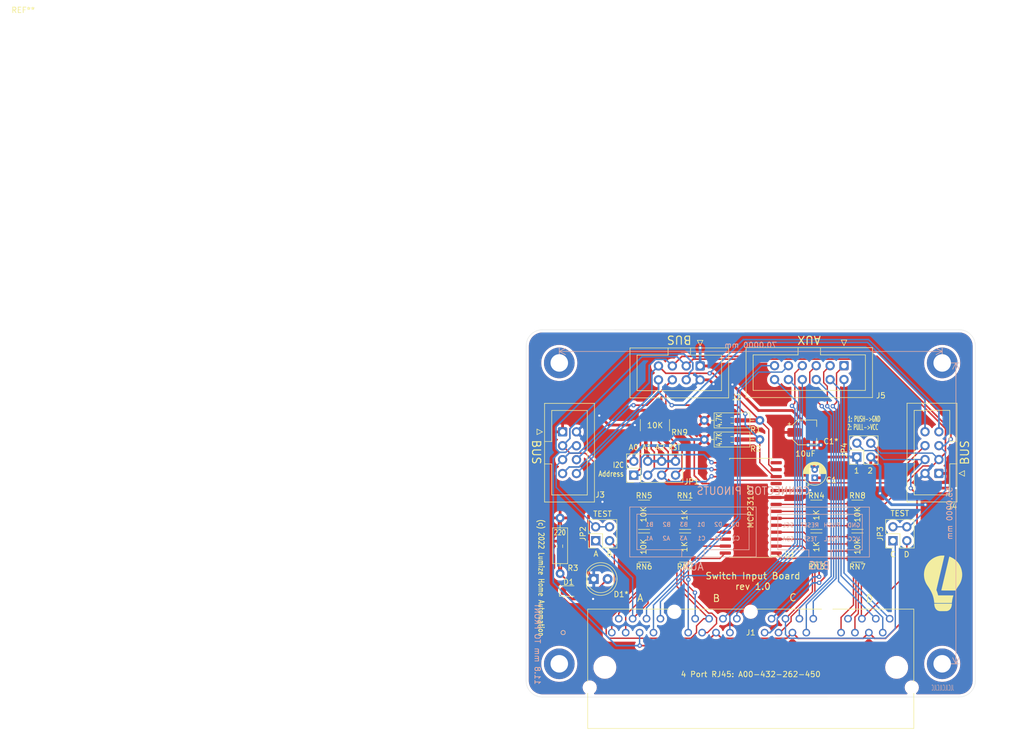
<source format=kicad_pcb>
(kicad_pcb (version 20211014) (generator pcbnew)
  (layers (0 "F.Cu" signal) (31 "B.Cu" signal) (34 "B.Paste" user) (35 "F.Paste" user) (36 "B.SilkS" user "B.Silkscreen") (37 "F.SilkS" user "F.Silkscreen") (38 "B.Mask" user) (39 "F.Mask" user) (44 "Edge.Cuts" user))
  (net 0 "")
  (net 1 "ASW1")
  (net 2 "ASW2")
  (net 3 "ASW3")
  (net 4 "ASW4")
  (net 5 "PUSH")
  (net 6 "AAUX1")
  (net 7 "AAUX2")
  (net 8 "AAUX3")
  (net 9 "BSW1")
  (net 10 "BSW2")
  (net 11 "BSW3")
  (net 12 "BSW4")
  (net 13 "BAUX1")
  (net 14 "BAUX2")
  (net 15 "BAUX3")
  (net 16 "CSW1")
  (net 17 "CSW2")
  (net 18 "CSW3")
  (net 19 "CSW4")
  (net 20 "CAUX1")
  (net 21 "CAUX2")
  (net 22 "CAUX3")
  (net 23 "DSW1")
  (net 24 "DSW2")
  (net 25 "DSW3")
  (net 26 "DSW4")
  (net 27 "DAUX1")
  (net 28 "DAUX2")
  (net 29 "DAUX3")
  (net 30 "VCC")
  (net 31 "PULL")
  (net 32 "TEST")
  (net 33 "SDA")
  (net 34 "GND")
  (net 35 "RESET")
  (net 36 "SCL")
  (net 37 "A0")
  (net 38 "A1")
  (net 39 "A2")
  (net 40 "Net-(D1-Pad2)")
  (net 41 "GPA1")
  (net 42 "GPA0")
  (net 43 "GPA3")
  (net 44 "GPA2")
  (net 45 "GPA5")
  (net 46 "GPA4")
  (net 47 "GPA7")
  (net 48 "GPA6")
  (net 49 "GPB2")
  (net 50 "GPB3")
  (net 51 "GPB0")
  (net 52 "GPB1")
  (net 53 "GPB5")
  (net 54 "GPB4")
  (net 55 "GPB7")
  (net 56 "GPB6")
  (net 57 "Net-(U1-Pad11)")
  (net 58 "Net-(U1-Pad14)")
  (net 59 "Net-(U1-Pad19)")
  (net 60 "Net-(U1-Pad20)")
  (net 61 "Net-(JP1-Pad7)")
  (footprint "Resistor_THT:R_Axial_DIN0207_L6.3mm_D2.5mm_P10.16mm_Horizontal" (layer "F.Cu") (at 98.15 103.5 90)
    (fp_text reference "R3")
    (fp_text value "220")
  )
  (footprint "Resistor_SMD:R_Array_Convex_4x1206" (layer "F.Cu") (at 113.5 92.75 180)
    (fp_text reference "RN5")
    (fp_text value "4x10K")
  )
  (footprint "Package_SO:SOIC-28W_7.5x17.9mm_P1.27mm" (layer "F.Cu") (at 133 91.5 180)
    (fp_text reference "U1")
    (fp_text value "MCP23017_SO")
  )
  (footprint "Resistor_THT:R_Axial_DIN0207_L6.3mm_D2.5mm_P10.16mm_Horizontal" (layer "F.Cu") (at 124.5 75.5)
    (fp_text reference "R1")
    (fp_text value "4.7K")
  )
  (footprint "Connector_IDC:IDC-Header_2x06_P2.54mm_Vertical" (layer "F.Cu") (at 150.05 65.5 -90)
    (fp_text reference "J5")
    (fp_text value "IDC_02x06")
  )
  (footprint "Resistor_SMD:R_Array_Convex_4x1206" (layer "F.Cu") (at 115.48 76.38 90)
    (fp_text reference "RN9")
    (fp_text value "4x10K")
  )
  (footprint "Resistor_SMD:R_Array_Convex_4x1206" (layer "F.Cu") (at 145 98.75 180)
    (fp_text reference "RN3")
    (fp_text value "4x1K")
  )
  (footprint "Resistor_SMD:R_Array_Convex_4x1206" (layer "F.Cu") (at 145 92.75 180)
    (fp_text reference "RN4")
    (fp_text value "4x1K")
  )
  (footprint "Resistor_SMD:R_Array_Convex_4x1206" (layer "F.Cu") (at 113.5 98.75 180)
    (fp_text reference "RN6")
    (fp_text value "4x10K")
  )
  (footprint "Resistor_THT:R_Axial_DIN0207_L6.3mm_D2.5mm_P10.16mm_Horizontal" (layer "F.Cu") (at 124.5 79)
    (fp_text reference "R2")
    (fp_text value "4.7K")
  )
  (footprint "MountingHole:MountingHole_3.2mm_M3_DIN965_Pad" (layer "F.Cu") (at 168 120)
    (fp_text reference "REF**" hide)
    (fp_text value "MountingHole_3.2mm_M3_DIN965_Pad")
  )
  (footprint "MountingHole:MountingHole_3.2mm_M3_DIN965_Pad" (layer "F.Cu") (at 168 65)
    (fp_text reference "REF**" hide)
    (fp_text value "MountingHole_3.2mm_M3_DIN965_Pad")
  )
  (footprint "MountingHole:MountingHole_3.2mm_M3_DIN965_Pad" (layer "F.Cu") (at 98 65)
    (fp_text reference "REF**" hide)
    (fp_text value "MountingHole_3.2mm_M3_DIN965_Pad")
  )
  (footprint "MountingHole:MountingHole_3.2mm_M3_DIN965_Pad" (layer "F.Cu") (at 98 120)
    (fp_text reference "REF**" hide)
    (fp_text value "MountingHole_3.2mm_M3_DIN965_Pad")
  )
  (footprint "A00-432-262-450:A00-432-262-450" (layer "F.Cu") (at 107.6 114.3)
    (fp_text reference "J1")
    (fp_text value "4 Port RJ45: A00-432-262-450")
  )
  (footprint "Connector_IDC:IDC-Header_2x04_P2.54mm_Vertical" (layer "F.Cu") (at 98.6 77.6)
    (fp_text reference "J3")
    (fp_text value "IDC_02x04")
  )
  (footprint "Connector_IDC:IDC-Header_2x04_P2.54mm_Vertical" (layer "F.Cu") (at 167.4 85.2 180)
    (fp_text reference "J4")
    (fp_text value "IDC_02x04")
  )
  (footprint "Connector_IDC:IDC-Header_2x04_P2.54mm_Vertical" (layer "F.Cu") (at 123.75 65.55 -90)
    (fp_text reference "J2")
    (fp_text value "IDC_02x04")
  )
  (footprint "Resistor_SMD:R_Array_Convex_4x1206" (layer "F.Cu") (at 152.5 98.75)
    (fp_text reference "RN7")
    (fp_text value "4x10K")
  )
  (footprint "Resistor_SMD:R_Array_Convex_4x1206" (layer "F.Cu") (at 152.5 92.75)
    (fp_text reference "RN8")
    (fp_text value "4x10K")
  )
  (footprint "Resistor_SMD:R_Array_Convex_4x1206" (layer "F.Cu") (at 121 92.75)
    (fp_text reference "RN1")
    (fp_text value "4x1K")
  )
  (footprint "Resistor_SMD:R_Array_Convex_4x1206" (layer "F.Cu") (at 121 98.75)
    (fp_text reference "RN2")
    (fp_text value "4x1K")
  )
  (footprint "Capacitor_THT:CP_Radial_D4.0mm_P1.50mm" (layer "F.Cu") (at 144.7 86 90)
    (fp_text reference "C1")
    (fp_text value "10uF")
  )
  (footprint "LED_SMD:LED_0805_2012Metric" (layer "F.Cu") (at 99.7 106.7)
    (fp_text reference "D1")
    (fp_text value "LED")
  )
  (footprint "Resistor_SMD:R_0603_1608Metric_Pad0.98x0.95mm_HandSolder" (layer "F.Cu") (at 98.1 98.5 90)
    (fp_text reference "REF**" hide)
    (fp_text value "R_0603_1608Metric_Pad0.98x0.95mm_HandSolder")
  )
  (footprint "LED_THT:LED_D5.0mm" (layer "F.Cu") (at 104.3 104.5)
    (fp_text reference "D1*")
    (fp_text value "LED_D5.0mm")
  )
  (footprint "Capacitor_SMD:CP_Elec_4x5.8" (layer "F.Cu") (at 142.8 77.7)
    (fp_text reference "C1*")
    (fp_text value "CP_Elec_4x5.8")
  )
  (footprint "Resistor_SMD:R_0603_1608Metric_Pad0.98x0.95mm_HandSolder" (layer "F.Cu") (at 129.6 79)
    (fp_text reference "REF**" hide)
    (fp_text value "R_0603_1608Metric_Pad0.98x0.95mm_HandSolder")
  )
  (footprint "Logo:Aux_Pinout" (layer "F.Cu") (at 114.44 94.53)
    (fp_text reference "REF**" hide)
    (fp_text value "Aux_Pinout")
  )
  (footprint "Connector_PinHeader_2.54mm:PinHeader_2x04_P2.54mm_Vertical" (layer "F.Cu") (at 111.63 85.51 90)
    (fp_text reference "JP1")
    (fp_text value "Jumper_4X")
  )
  (footprint "Connector_PinHeader_2.54mm:PinHeader_2x02_P2.54mm_Vertical" (layer "F.Cu") (at 159 97.5 90)
    (fp_text reference "JP3")
    (fp_text value "Jumper_2X")
  )
  (footprint "Connector_PinHeader_2.54mm:PinHeader_2x02_P2.54mm_Vertical" (layer "F.Cu") (at 104.65 97.5 90)
    (fp_text reference "JP2")
    (fp_text value "Jumper_2X")
  )
  (footprint "Connector_PinHeader_2.54mm:PinHeader_2x02_P2.54mm_Vertical" (layer "F.Cu") (at 152.4 82.2 90)
    (fp_text reference "JP4")
    (fp_text value "Jumper_2X")
  )
  (footprint "Logo:Lumize_Logo" (layer "F.Cu") (at 168.16 105.29)
    (fp_text reference "G***" hide)
    (fp_text value "LOGO" hide)
  )
  (footprint "Bus_Pinout" (layer "F.Cu") (at 0 0)
    (fp_text reference "REF**")
    (fp_text value "Bus_Pinout")
  )
  (footprint "Logo:Bus_Pinout" (layer "F.Cu") (at 141.86 97.19 90)
    (fp_text reference "REF**" hide)
    (fp_text value "Bus_Pinout")
  )
  (footprint "Resistor_SMD:R_0603_1608Metric_Pad0.98x0.95mm_HandSolder" (layer "F.Cu") (at 129.6 75.5)
    (fp_text reference "REF**" hide)
    (fp_text value "R_0603_1608Metric_Pad0.98x0.95mm_HandSolder")
  )
  (gr_arc (start 91.929984 61.93) (mid 92.808668 59.808668) (end 94.93 58.929984) (layer "Edge.Cuts") (width 0.05))
  (gr_arc (start 94.92 126.08) (mid 92.79868 125.20132) (end 91.92 123.08) (layer "Edge.Cuts") (width 0.05))
  (gr_line (start 174.070149 123.07) (end 174.071066 61.92) (layer "Edge.Cuts") (width 0.05))
  (gr_line (start 171.07 126.070149) (end 94.92 126.08) (layer "Edge.Cuts") (width 0.05))
  (gr_line (start 91.92 123.08) (end 91.929984 61.93) (layer "Edge.Cuts") (width 0.05))
  (gr_line (start 94.93 58.929984) (end 171.07 58.918934) (layer "Edge.Cuts") (width 0.05))
  (gr_arc (start 174.070149 123.07) (mid 173.191426 125.191426) (end 171.07 126.070149) (layer "Edge.Cuts") (width 0.05))
  (gr_arc (start 171.07 58.918934) (mid 173.192074 59.797926) (end 174.071066 61.92) (layer "Edge.Cuts") (width 0.05))
  (gr_text "AUX" (at 122.53 102.22) (layer "B.SilkS") (effects (font (size 1.4 1.3) (thickness 0.18)) (justify mirror)))
  (gr_text "BUS" (at 145.51 102.05) (layer "B.SilkS") (effects (font (size 1.4 1.3) (thickness 0.18)) (justify mirror)))
  (gr_text "CONNECTOR PINOUTS" (at 133.5 88.4) (layer "B.SilkS") (effects (font (size 1.4 1.3) (thickness 0.18)) (justify mirror)))
  (gr_text "JLCJLCJLCJLC" (at 168.1 124.4) (layer "B.SilkS") (effects (font (size 1 0.4) (thickness 0.07)) (justify mirror)))
  (gr_text "11.8 mm TO FRONT" (at 94 116.4 270) (layer "B.SilkS") (effects (font (size 1 1)) (justify mirror)))
  (gr_text "BUS" (at 172.13 81.4 90) (layer "F.SilkS") (effects (font (size 1.5 1.5) (thickness 0.2))))
  (gr_text "AUX" (at 143.66 60.81 180) (layer "F.SilkS") (effects (font (size 1.5 1.5) (thickness 0.2))))
  (gr_text "A" (at 104.7 99.9) (layer "F.SilkS") (effects (font (size 1 1))))
  (gr_text "B" (at 107.15 99.9) (layer "F.SilkS") (effects (font (size 1 1))))
  (gr_text "D" (at 161.5 100) (layer "F.SilkS") (effects (font (size 1 1))))
  (gr_text "B" (at 126.719048 108.033332) (layer "F.SilkS") (effects (font (size 1.3 1.3) (thickness 0.17))))
  (gr_text "D" (at 154.7 108.099998) (layer "F.SilkS") (effects (font (size 1.3 1.3) (thickness 0.17))))
  (gr_text "A0" (at 111.59 80.43) (layer "F.SilkS") (effects (font (size 1 1))))
  (gr_text "A1" (at 114.004603 80.43) (layer "F.SilkS") (effects (font (size 1 1))))
  (gr_text "A2" (at 116.419206 80.43) (layer "F.SilkS") (effects (font (size 1 1))))
  (gr_text "RST" (at 119.06 80.43) (layer "F.SilkS") (effects (font (size 1 0.8))))
  (gr_text "C" (at 159 100) (layer "F.SilkS") (effects (font (size 1 1))))
  (gr_text "TEST" (at 160.25 92.5) (layer "F.SilkS") (effects (font (size 1 1))))
  (gr_text "4.7K" (at 127.2 75.5 90) (layer "F.SilkS") (effects (font (size 1 0.75))))
  (gr_text "I2C\nAddress" (at 109.87 84.47) (layer "F.SilkS") (effects (font (size 1 0.8)) (justify right)))
  (gr_text "1  2" (at 153.6 84.7) (layer "F.SilkS") (effects (font (size 1 1))))
  (gr_text "10K" (at 152.5 98.6 90) (layer "F.SilkS") (effects (font (size 1 1))))
  (gr_text "10K" (at 113.4 98.6 90) (layer "F.SilkS") (effects (font (size 1 1))))
  (gr_text "1K" (at 145 98.6 90) (layer "F.SilkS") (effects (font (size 1 1))))
  (gr_text "A" (at 112.8 107.966666) (layer "F.SilkS") (effects (font (size 1.3 1.3) (thickness 0.17))))
  (gr_text "TEST" (at 105.9 92.6) (layer "F.SilkS") (effects (font (size 1 1))))
  (gr_text "1K" (at 120.9 98.6 90) (layer "F.SilkS") (effects (font (size 1 1))))
  (gr_text "2: PULL->VCC" (at 153.5 76.75) (layer "F.SilkS") (effects (font (size 1 0.5) (thickness 0.125))))
  (gr_text "4.7K" (at 127.2 79 90) (layer "F.SilkS") (effects (font (size 1 0.75))))
  (gr_text "Switch Input Board\nrev 1.0" (at 133.4 104.9) (layer "F.SilkS") (effects (font (size 1.2 1.2) (thickness 0.175))))
  (gr_text "1: PUSH->GND" (at 153.75 75.25) (layer "F.SilkS") (effects (font (size 1 0.5) (thickness 0.125))))
  (gr_text "(c) 2022 Lumize Home Automation" (at 94.7 104.3 -90) (layer "F.SilkS") (effects (font (size 1 0.8))))
  (gr_text "10uF" (at 143 81.6) (layer "F.SilkS") (effects (font (size 1 1))))
  (gr_text "10K" (at 152.5 92.7 90) (layer "F.SilkS") (effects (font (size 1 1))))
  (gr_text "1K" (at 145 92.8 90) (layer "F.SilkS") (effects (font (size 1 1))))
  (gr_text "10K" (at 115.5 76.4) (layer "F.SilkS") (effects (font (size 1 1))))
  (gr_text "MCP23107" (at 132.98 91.25 90) (layer "F.SilkS") (effects (font (size 1 1))))
  (gr_text "BUS" (at 93.79 81.3 -90) (layer "F.SilkS") (effects (font (size 1.5 1.5) (thickness 0.2))))
  (gr_text "220" (at 98.1 96) (layer "F.SilkS") (effects (font (size 1 0.75))))
  (gr_text "BUS" (at 119.92 60.78 180) (layer "F.SilkS") (effects (font (size 1.5 1.5) (thickness 0.2))))
  (gr_text "10K" (at 113.4 92.7 90) (layer "F.SilkS") (effects (font (size 1 1))))
  (gr_text "C" (at 140.709524 107.9) (layer "F.SilkS") (effects (font (size 1.3 1.3) (thickness 0.17))))
  (gr_text "1K" (at 120.9 92.8 90) (layer "F.SilkS") (effects (font (size 1 1))))
  (dimension (type aligned) (layer "B.SilkS") (pts (xy 168 65) (xy 98 65)) (height 2.1) (gr_text "70.0000 mm" (at 133 61.75) (layer "B.SilkS") (effects (font (size 1 1) (thickness 0.15)) (justify mirror))) (format (units 2) (units_format 1) (precision 4)) (style (thickness 0.12) (arrow_length 1.27) (text_position_mode 0) (extension_height 0.58642) (extension_offset 0) keep_text_aligned))
  (dimension (type aligned) (layer "B.SilkS") (pts (xy 168 120) (xy 168 65)) (height 2.5) (gr_text "55.0000 mm" (at 169.35 92.5 90) (layer "B.SilkS") (effects (font (size 1 1) (thickness 0.15)) (justify mirror))) (format (units 2) (units_format 1) (precision 4)) (style (thickness 0.12) (arrow_length 1.27) (text_position_mode 0) (extension_height 0.58642) (extension_offset 0) keep_text_aligned))
  (segment (start 107.6 111.405762) (end 107.6 114.3) (width 0.25) (layer "F.Cu") (net 1))
  (segment (start 115 90.75) (end 114.25 90.75) (width 0.25) (layer "F.Cu") (net 1))
  (segment (start 112.79999 106.205772) (end 107.6 111.405762) (width 0.25) (layer "F.Cu") (net 1))
  (segment (start 114.25 90.75) (end 112.79999 92.20001) (width 0.25) (layer "F.Cu") (net 1))
  (segment (start 112.79999 92.20001) (end 112.79999 106.205772) (width 0.25) (layer "F.Cu") (net 1))
  (segment (start 115 90.75) (end 119.5 90.75) (width 0.25) (layer "F.Cu") (net 1))
  (segment (start 114.3 92.09) (end 113.25 93.14) (width 0.25) (layer "F.Cu") (net 2))
  (segment (start 113.25 106.392172) (end 108.87 110.772172) (width 0.25) (layer "F.Cu") (net 2))
  (segment (start 115 92.09) (end 119.5 92.09) (width 0.25) (layer "F.Cu") (net 2))
  (segment (start 108.87 110.772172) (end 108.87 111.76) (width 0.25) (layer "F.Cu") (net 2))
  (segment (start 115 92.09) (end 114.3 92.09) (width 0.25) (layer "F.Cu") (net 2))
  (segment (start 113.25 93.14) (end 113.25 106.392172) (width 0.25) (layer "F.Cu") (net 2))
  (segment (start 113.75 107.5) (end 110.14 111.11) (width 0.25) (layer "F.Cu") (net 3))
  (segment (start 115 93.41) (end 119.5 93.41) (width 0.25) (layer "F.Cu") (net 3))
  (segment (start 113.75 93.96) (end 113.75 107.5) (width 0.25) (layer "F.Cu") (net 3))
  (segment (start 115 93.41) (end 114.3 93.41) (width 0.25) (layer "F.Cu") (net 3))
  (segment (start 114.3 93.41) (end 113.75 93.96) (width 0.25) (layer "F.Cu") (net 3))
  (segment (start 110.14 111.11) (end 110.14 114.3) (width 0.25) (layer "F.Cu") (net 3))
  (segment (start 114.224999 108.945001) (end 111.41 111.76) (width 0.25) (layer "F.Cu") (net 4))
  (segment (start 115 94.75) (end 114.224999 95.525001) (width 0.25) (layer "F.Cu") (net 4))
  (segment (start 115 94.75) (end 119.5 94.75) (width 0.25) (layer "F.Cu") (net 4))
  (segment (start 114.224999 95.525001) (end 114.224999 108.945001) (width 0.25) (layer "F.Cu") (net 4))
  (segment (start 111.41 104.26) (end 111.41 111.76) (width 0.25) (layer "B.Cu") (net 4))
  (segment (start 104.65 97.5) (end 111.41 104.26) (width 0.25) (layer "B.Cu") (net 4))
  (segment (start 162.25 87.91) (end 162.25 87.91) (width 0.3) (layer "F.Cu") (net 5))
  (segment (start 140.62 114.3) (end 141.668501 115.348501) (width 0.3) (layer "F.Cu") (net 5))
  (segment (start 126.65 114.3) (end 127.698501 115.348501) (width 0.3) (layer "F.Cu") (net 5))
  (segment (start 139.571499 115.348501) (end 140.62 114.3) (width 0.3) (layer "F.Cu") (net 5))
  (segment (start 153.541499 115.348501) (end 154.59 114.3) (width 0.3) (layer "F.Cu") (net 5))
  (segment (start 127.698501 115.348501) (end 139.571499 115.348501) (width 0.3) (layer "F.Cu") (net 5))
  (segment (start 112.7 116.68) (end 124.27 116.68) (width 0.3) (layer "F.Cu") (net 5))
  (segment (start 155.638501 115.348501) (end 157.633281 115.348501) (width 0.3) (layer "F.Cu") (net 5))
  (segment (start 163.400001 89.060001) (end 162.25 87.91) (width 0.3) (layer "F.Cu") (net 5))
  (segment (start 154.59 114.3) (end 155.638501 115.348501) (width 0.3) (layer "F.Cu") (net 5))
  (segment (start 163.400001 109.581781) (end 163.400001 89.060001) (width 0.3) (layer "F.Cu") (net 5))
  (segment (start 141.668501 115.348501) (end 153.541499 115.348501) (width 0.3) (layer "F.Cu") (net 5))
  (segment (start 157.633281 115.348501) (end 163.400001 109.581781) (width 0.3) (layer "F.Cu") (net 5))
  (segment (start 124.27 116.68) (end 126.65 114.3) (width 0.3) (layer "F.Cu") (net 5))
  (via (at 112.7 116.68) (size 0.8) (drill 0.4) (layers "F.Cu" "B.Cu") (net 5))
  (via (at 162.25 87.91) (size 0.8) (drill 0.4) (layers "F.Cu" "B.Cu") (net 5))
  (segment (start 122.410001 64.973999) (end 122.410001 66.159999) (width 0.3) (layer "B.Cu") (net 5))
  (segment (start 97.399999 80.716001) (end 97.399999 76.690001) (width 0.3) (layer "B.Cu") (net 5))
  (segment (start 112.68 114.3) (end 112.68 116.66) (width 0.25) (layer "B.Cu") (net 5))
  (segment (start 96.899989 105.151771) (end 96.899989 82.464011) (width 0.3) (layer "B.Cu") (net 5))
  (segment (start 96.899989 82.464011) (end 98.023999 81.340001) (width 0.3) (layer "B.Cu") (net 5))
  (segment (start 155.668589 81.024999) (end 157.30359 82.66) (width 0.25) (layer "B.Cu") (net 5))
  (segment (start 108.428218 116.68) (end 96.899989 105.151771) (width 0.3) (layer "B.Cu") (net 5))
  (segment (start 162.25 87.91) (end 162.25 85.27) (width 0.3) (layer "B.Cu") (net 5))
  (segment (start 121.77 66.8) (end 121.77 67.1) (width 0.3) (layer "B.Cu") (net 5))
  (segment (start 99.176001 81.340001) (end 98.023999 81.340001) (width 0.3) (layer "B.Cu") (net 5))
  (segment (start 112.7 116.68) (end 108.428218 116.68) (width 0.3) (layer "B.Cu") (net 5))
  (segment (start 152.4 79.66) (end 153.764999 81.024999) (width 0.25) (layer "B.Cu") (net 5))
  (segment (start 97.399999 76.690001) (end 110.740021 63.349979) (width 0.3) (layer "B.Cu") (net 5))
  (segment (start 122.410001 66.159999) (end 121.77 66.8) (width 0.3) (layer "B.Cu") (net 5))
  (segment (start 153.764999 81.024999) (end 155.668589 81.024999) (width 0.25) (layer "B.Cu") (net 5))
  (segment (start 121.77 67.1) (end 121.21 67.66) (width 0.3) (layer "B.Cu") (net 5))
  (segment (start 112.68 116.66) (end 112.7 116.68) (width 0.25) (layer "B.Cu") (net 5))
  (segment (start 101.14 80.14) (end 100.376002 80.14) (width 0.3) (layer "B.Cu") (net 5))
  (segment (start 110.740021 63.349979) (end 120.785981 63.349979) (width 0.3) (layer "B.Cu") (net 5))
  (segment (start 120.785981 63.349979) (end 122.410001 64.973999) (width 0.3) (layer "B.Cu") (net 5))
  (segment (start 157.30359 82.66) (end 164.86 82.66) (width 0.25) (layer "B.Cu") (net 5))
  (segment (start 162.25 85.27) (end 164.86 82.66) (width 0.3) (layer "B.Cu") (net 5))
  (segment (start 100.376002 80.14) (end 99.176001 81.340001) (width 0.3) (layer "B.Cu") (net 5))
  (segment (start 121.21 67.66) (end 121.21 68.09) (width 0.3) (layer "B.Cu") (net 5))
  (segment (start 98.023999 81.340001) (end 97.399999 80.716001) (width 0.3) (layer "B.Cu") (net 5))
  (segment (start 130.589991 69.884597) (end 134.974588 65.5) (width 0.25) (layer "B.Cu") (net 6))
  (segment (start 113.95 109.752079) (end 130.58999 93.112089) (width 0.25) (layer "B.Cu") (net 6))
  (segment (start 130.58999 93.112089) (end 130.589991 69.884597) (width 0.25) (layer "B.Cu") (net 6))
  (segment (start 113.95 111.76) (end 113.95 109.752079) (width 0.25) (layer "B.Cu") (net 6))
  (segment (start 134.974588 65.5) (end 137.35 65.5) (width 0.25) (layer "B.Cu") (net 6))
  (segment (start 134.435997 66.675001) (end 138.714999 66.675001) (width 0.25) (layer "B.Cu") (net 7))
  (segment (start 138.714999 66.675001) (end 139.89 65.5) (width 0.25) (layer "B.Cu") (net 7))
  (segment (start 115.22 109.270588) (end 131.04 93.450588) (width 0.25) (layer "B.Cu") (net 7))
  (segment (start 131.04 93.450588) (end 131.04 70.070998) (width 0.25) (layer "B.Cu") (net 7))
  (segment (start 115.22 114.3) (end 115.464782 114.3) (width 0.25) (layer "B.Cu") (net 7))
  (segment (start 131.04 70.070998) (end 134.435997 66.675001) (width 0.25) (layer "B.Cu") (net 7))
  (segment (start 115.22 114.3) (end 115.22 109.270588) (width 0.25) (layer "B.Cu") (net 7))
  (segment (start 140.54 72.85) (end 141.065001 72.324999) (width 0.25) (layer "F.Cu") (net 8))
  (segment (start 141.065001 72.324999) (end 141.065001 66.864999) (width 0.25) (layer "F.Cu") (net 8))
  (segment (start 141.065001 66.864999) (end 142.43 65.5) (width 0.25) (layer "F.Cu") (net 8))
  (via (at 140.54 72.85) (size 0.8) (drill 0.4) (layers "F.Cu" "B.Cu") (net 8))
  (segment (start 135.168591 103.874999) (end 141.07997 97.96362) (width 0.25) (layer "B.Cu") (net 8))
  (segment (start 141.07997 73.38997) (end 140.54 72.85) (width 0.25) (layer "B.Cu") (net 8))
  (segment (start 116.49 111.76) (end 116.49 108.636998) (width 0.25) (layer "B.Cu") (net 8))
  (segment (start 116.49 108.636998) (end 121.251999 103.874999) (width 0.25) (layer "B.Cu") (net 8))
  (segment (start 121.251999 103.874999) (end 135.168591 103.874999) (width 0.25) (layer "B.Cu") (net 8))
  (segment (start 141.07997 97.96362) (end 141.07997 73.38997) (width 0.25) (layer "B.Cu") (net 8))
  (segment (start 115 96.75) (end 119.5 96.75) (width 0.25) (layer "F.Cu") (net 9))
  (segment (start 119.5 96.75) (end 120.2 96.75) (width 0.25) (layer "F.Cu") (net 9))
  (segment (start 120.2 96.75) (end 121.6 98.15) (width 0.25) (layer "F.Cu") (net 9))
  (segment (start 121.6 98.15) (end 121.6 104.6) (width 0.25) (layer "F.Cu") (net 9))
  (via (at 121.6 104.6) (size 0.8) (drill 0.4) (layers "F.Cu" "B.Cu") (net 9))
  (segment (start 121.57 104.63) (end 121.6 104.6) (width 0.25) (layer "B.Cu") (net 9))
  (segment (start 121.57 114.3) (end 121.57 104.63) (width 0.25) (layer "B.Cu") (net 9))
  (segment (start 115 98.09) (end 119.5 98.09) (width 0.25) (layer "F.Cu") (net 10))
  (segment (start 119.5 98.09) (end 120.2 98.09) (width 0.25) (layer "F.Cu") (net 10))
  (segment (start 120.75 104.95) (end 122.8 107) (width 0.25) (layer "F.Cu") (net 10))
  (segment (start 120.2 98.09) (end 120.75 98.64) (width 0.25) (layer "F.Cu") (net 10))
  (segment (start 120.75 98.64) (end 120.75 104.95) (width 0.25) (layer "F.Cu") (net 10))
  (via (at 122.8 107) (size 0.8) (drill 0.4) (layers "F.Cu" "B.Cu") (net 10))
  (segment (start 122.84 111.76) (end 122.84 107.04) (width 0.25) (layer "B.Cu") (net 10))
  (segment (start 122.84 107.04) (end 122.8 107) (width 0.25) (layer "B.Cu") (net 10))
  (segment (start 119.5 99.41) (end 120.2 99.41) (width 0.25) (layer "F.Cu") (net 11))
  (segment (start 125.871281 110.736499) (end 126.75 111.615218) (width 0.25) (layer "F.Cu") (net 11))
  (segment (start 125.286501 110.736499) (end 125.871281 110.736499) (width 0.25) (layer "F.Cu") (net 11))
  (segment (start 126.75 112.647828) (end 125.097828 114.3) (width 0.25) (layer "F.Cu") (net 11))
  (segment (start 125.097828 114.3) (end 124.11 114.3) (width 0.25) (layer "F.Cu") (net 11))
  (segment (start 115 99.41) (end 119.5 99.41) (width 0.25) (layer "F.Cu") (net 11))
  (segment (start 126.75 111.615218) (end 126.75 112.647828) (width 0.25) (layer "F.Cu") (net 11))
  (segment (start 120.275001 105.724999) (end 125.286501 110.736499) (width 0.25) (layer "F.Cu") (net 11))
  (segment (start 120.275001 99.485001) (end 120.275001 105.724999) (width 0.25) (layer "F.Cu") (net 11))
  (segment (start 120.2 99.41) (end 120.275001 99.485001) (width 0.25) (layer "F.Cu") (net 11))
  (segment (start 124.392172 111.76) (end 125.38 111.76) (width 0.25) (layer "F.Cu") (net 12))
  (segment (start 106.576499 114.791281) (end 107.108719 115.323501) (width 0.25) (layer "F.Cu") (net 12))
  (segment (start 123.086499 113.065673) (end 124.392172 111.76) (width 0.25) (layer "F.Cu") (net 12))
  (segment (start 107.19 97.5) (end 108.065001 98.375001) (width 0.25) (layer "F.Cu") (net 12))
  (segment (start 106.576499 111.792853) (end 106.576499 114.791281) (width 0.25) (layer "F.Cu") (net 12))
  (segment (start 108.065001 110.304351) (end 106.576499 111.792853) (width 0.25) (layer "F.Cu") (net 12))
  (segment (start 119.5 100.75) (end 119.5 105.88) (width 0.25) (layer "F.Cu") (net 12))
  (segment (start 119.5 105.88) (end 125.38 111.76) (width 0.25) (layer "F.Cu") (net 12))
  (segment (start 115 100.75) (end 119.5 100.75) (width 0.25) (layer "F.Cu") (net 12))
  (segment (start 125.135218 111.76) (end 125.38 111.76) (width 0.25) (layer "F.Cu") (net 12))
  (segment (start 107.108719 115.323501) (end 122.061281 115.323501) (width 0.25) (layer "F.Cu") (net 12))
  (segment (start 108.065001 98.375001) (end 108.065001 110.304351) (width 0.25) (layer "F.Cu") (net 12))
  (segment (start 122.061281 115.323501) (end 123.086499 114.298283) (width 0.25) (layer "F.Cu") (net 12))
  (segment (start 123.086499 114.298283) (end 123.086499 113.065673) (width 0.25) (layer "F.Cu") (net 12))
  (segment (start 141.52998 72.21998) (end 137.35 68.04) (width 0.25) (layer "B.Cu") (net 13))
  (segment (start 141.52998 98.15002) (end 141.52998 72.21998) (width 0.25) (layer "B.Cu") (net 13))
  (segment (start 127.92 111.76) (end 141.52998 98.15002) (width 0.25) (layer "B.Cu") (net 13))
  (segment (start 141.97999 70.12999) (end 139.89 68.04) (width 0.25) (layer "B.Cu") (net 14))
  (segment (start 129.19 111.26999) (end 141.97999 98.48) (width 0.25) (layer "B.Cu") (net 14))
  (segment (start 141.97999 98.48) (end 141.97999 70.12999) (width 0.25) (layer "B.Cu") (net 14))
  (segment (start 129.19 114.3) (end 129.19 111.26999) (width 0.25) (layer "B.Cu") (net 14))
  (segment (start 130.46 110.772172) (end 142.43 98.802172) (width 0.25) (layer "B.Cu") (net 15))
  (segment (start 142.43 98.802172) (end 142.43 68.04) (width 0.25) (layer "B.Cu") (net 15))
  (segment (start 130.46 111.76) (end 130.46 110.772172) (width 0.25) (layer "B.Cu") (net 15))
  (segment (start 146.5 100.75) (end 146.5 104.2) (width 0.3) (layer "F.Cu") (net 16))
  (segment (start 146.5 104.2) (end 145.5 105.2) (width 0.3) (layer "F.Cu") (net 16))
  (segment (start 146.5 100.75) (end 151 100.75) (width 0.25) (layer "F.Cu") (net 16))
  (via (at 145.5 105.2) (size 0.8) (drill 0.4) (layers "F.Cu" "B.Cu") (net 16))
  (segment (start 136.527828 114.3) (end 135.54 114.3) (width 0.3) (layer "B.Cu") (net 16))
  (segment (start 137.858501 111.699717) (end 137.858501 112.969327) (width 0.3) (layer "B.Cu") (net 16))
  (segment (start 144.358218 105.2) (end 137.858501 111.699717) (width 0.3) (layer "B.Cu") (net 16))
  (segment (start 145.5 105.2) (end 144.358218 105.2) (width 0.3) (layer "B.Cu") (net 16))
  (segment (start 137.858501 112.969327) (end 136.527828 114.3) (width 0.3) (layer "B.Cu") (net 16))
  (segment (start 146.5 99.41) (end 145.75 99.41) (width 0.3) (layer "F.Cu") (net 17))
  (segment (start 145.75 99.41) (end 145.5 99.66) (width 0.3) (layer "F.Cu") (net 17))
  (segment (start 146.5 99.41) (end 151 99.41) (width 0.25) (layer "F.Cu") (net 17))
  (segment (start 145.5 99.66) (end 145.5 104.1) (width 0.3) (layer "F.Cu") (net 17))
  (via (at 145.5 104.1) (size 0.8) (drill 0.4) (layers "F.Cu" "B.Cu") (net 17))
  (segment (start 144.47 104.1) (end 136.81 111.76) (width 0.3) (layer "B.Cu") (net 17))
  (segment (start 145.5 104.1) (end 144.47 104.1) (width 0.3) (layer "B.Cu") (net 17))
  (segment (start 146.5 98.09) (end 151 98.09) (width 0.25) (layer "F.Cu") (net 18))
  (segment (start 144.725011 99.164989) (end 144.72501 107.0214) (width 0.25) (layer "F.Cu") (net 18))
  (segment (start 138.324782 114.3) (end 138.08 114.3) (width 0.25) (layer "F.Cu") (net 18))
  (segment (start 140.373501 112.251281) (end 138.324782 114.3) (width 0.25) (layer "F.Cu") (net 18))
  (segment (start 145.8 98.09) (end 144.725011 99.164989) (width 0.25) (layer "F.Cu") (net 18))
  (segment (start 144.72501 107.0214) (end 140.373501 111.372909) (width 0.25) (layer "F.Cu") (net 18))
  (segment (start 140.373501 111.372909) (end 140.373501 112.251281) (width 0.25) (layer "F.Cu") (net 18))
  (segment (start 146.5 98.09) (end 145.8 98.09) (width 0.25) (layer "F.Cu") (net 18))
  (segment (start 144.275001 98.274999) (end 144.275001 106.834999) (width 0.25) (layer "F.Cu") (net 19))
  (segment (start 144.275001 106.834999) (end 139.35 111.76) (width 0.25) (layer "F.Cu") (net 19))
  (segment (start 146.5 96.75) (end 145.8 96.75) (width 0.25) (layer "F.Cu") (net 19))
  (segment (start 145.8 96.75) (end 144.275001 98.274999) (width 0.25) (layer "F.Cu") (net 19))
  (segment (start 146.5 96.75) (end 151 96.75) (width 0.25) (layer "F.Cu") (net 19))
  (segment (start 157.621281 115.323501) (end 140.023501 115.323501) (width 0.25) (layer "B.Cu") (net 19))
  (segment (start 159 97.5) (end 159.423501 97.923501) (width 0.25) (layer "B.Cu") (net 19))
  (segment (start 139.35 114.65) (end 139.35 111.76) (width 0.25) (layer "B.Cu") (net 19))
  (segment (start 159.423501 113.521281) (end 157.621281 115.323501) (width 0.25) (layer "B.Cu") (net 19))
  (segment (start 159.423501 97.923501) (end 159.423501 113.521281) (width 0.25) (layer "B.Cu") (net 19))
  (segment (start 140.023501 115.323501) (end 139.35 114.65) (width 0.25) (layer "B.Cu") (net 19))
  (segment (start 145.99 72.89) (end 143.794999 70.694999) (width 0.25) (layer "F.Cu") (net 20))
  (segment (start 143.794999 66.675001) (end 144.97 65.5) (width 0.25) (layer "F.Cu") (net 20))
  (segment (start 146 72.9) (end 145.99 72.89) (width 0.25) (layer "F.Cu") (net 20))
  (segment (start 143.794999 70.694999) (end 143.794999 66.675001) (width 0.25) (layer "F.Cu") (net 20))
  (via (at 145.99 72.89) (size 0.8) (drill 0.4) (layers "F.Cu" "B.Cu") (net 20))
  (segment (start 141.89 111.76) (end 141.89 109.83718) (width 0.25) (layer "B.Cu") (net 20))
  (segment (start 147.69996 74.66996) (end 146.4 73.37) (width 0.25) (layer "B.Cu") (net 20))
  (segment (start 146 72.973002) (end 146 72.9) (width 0.25) (layer "B.Cu") (net 20))
  (segment (start 141.89 109.83718) (end 147.69996 104.02722) (width 0.25) (layer "B.Cu") (net 20))
  (segment (start 147.69996 104.02722) (end 147.69996 74.655) (width 0.25) (layer "B.Cu") (net 20))
  (segment (start 146.4 73.373002) (end 146 72.973002) (width 0.25) (layer "B.Cu") (net 20))
  (segment (start 147 69.269002) (end 146.334999 68.604001) (width 0.25) (layer "F.Cu") (net 21))
  (segment (start 146.334999 68.604001) (end 146.334999 66.675001) (width 0.25) (layer "F.Cu") (net 21))
  (segment (start 147 72.9) (end 147 69.269002) (width 0.25) (layer "F.Cu") (net 21))
  (segment (start 146.334999 66.675001) (end 147.51 65.5) (width 0.25) (layer "F.Cu") (net 21))
  (via (at 147 72.9) (size 0.8) (drill 0.4) (layers "F.Cu" "B.Cu") (net 21))
  (segment (start 147 72.973002) (end 147 72.9) (width 0.25) (layer "B.Cu") (net 21))
  (segment (start 148.14997 74.122972) (end 147 72.973002) (width 0.25) (layer "B.Cu") (net 21))
  (segment (start 143.16 109.20359) (end 148.14997 104.21362) (width 0.25) (layer "B.Cu") (net 21))
  (segment (start 143.16 114.3) (end 143.16 109.20359) (width 0.25) (layer "B.Cu") (net 21))
  (segment (start 148.14997 104.21362) (end 148.14997 74.122972) (width 0.25) (layer "B.Cu") (net 21))
  (segment (start 148.685001 72.214999) (end 148.685001 66.864999) (width 0.25) (layer "F.Cu") (net 22))
  (segment (start 148 72.9) (end 148.685001 72.214999) (width 0.25) (layer "F.Cu") (net 22))
  (segment (start 148.685001 66.864999) (end 150.05 65.5) (width 0.25) (layer "F.Cu") (net 22))
  (via (at 148 72.9) (size 0.8) (drill 0.4) (layers "F.Cu" "B.Cu") (net 22))
  (segment (start 148.59998 73.49998) (end 148 72.9) (width 0.25) (layer "B.Cu") (net 22))
  (segment (start 144.43 108.57) (end 148.59998 104.40002) (width 0.25) (layer "B.Cu") (net 22))
  (segment (start 144.43 111.76) (end 144.43 108.57) (width 0.25) (layer "B.Cu") (net 22))
  (segment (start 148.59998 104.40002) (end 148.59998 73.49998) (width 0.25) (layer "B.Cu") (net 22))
  (segment (start 151 94.75) (end 151.775001 95.525001) (width 0.25) (layer "F.Cu") (net 23))
  (segment (start 149.51 111.515218) (end 149.51 114.3) (width 0.25) (layer "F.Cu") (net 23))
  (segment (start 151.775001 95.525001) (end 151.775001 109.250217) (width 0.25) (layer "F.Cu") (net 23))
  (segment (start 146.5 94.75) (end 151 94.75) (width 0.25) (layer "F.Cu") (net 23))
  (segment (start 151.775001 109.250217) (end 149.51 111.515218) (width 0.25) (layer "F.Cu") (net 23))
  (segment (start 152.22501 93.93501) (end 152.22501 110.31499) (width 0.25) (layer "F.Cu") (net 24))
  (segment (start 151.7 93.41) (end 152.22501 93.93501) (width 0.25) (layer "F.Cu") (net 24))
  (segment (start 152.22501 110.31499) (end 150.78 111.76) (width 0.25) (layer "F.Cu") (net 24))
  (segment (start 146.5 93.41) (end 151 93.41) (width 0.25) (layer "F.Cu") (net 24))
  (segment (start 151 93.41) (end 151.7 93.41) (width 0.25) (layer "F.Cu") (net 24))
  (segment (start 146.5 92.09) (end 151 92.09) (width 0.25) (layer "F.Cu") (net 25))
  (segment (start 151.7 92.09) (end 152.675019 93.065019) (width 0.25) (layer "F.Cu") (net 25))
  (segment (start 152.05 111.45) (end 152.05 114.3) (width 0.25) (layer "F.Cu") (net 25))
  (segment (start 152.675019 93.065019) (end 152.675019 110.824981) (width 0.25) (layer "F.Cu") (net 25))
  (segment (start 152.675019 110.824981) (end 152.05 111.45) (width 0.25) (layer "F.Cu") (net 25))
  (segment (start 151 92.09) (end 151.7 92.09) (width 0.25) (layer "F.Cu") (net 25))
  (segment (start 153.224999 92.274999) (end 153.224999 111.664999) (width 0.25) (layer "F.Cu") (net 26))
  (segment (start 151 90.75) (end 151.7 90.75) (width 0.25) (layer "F.Cu") (net 26))
  (segment (start 161.54 103.54) (end 153.32 111.76) (width 0.25) (layer "F.Cu") (net 26))
  (segment (start 153.224999 111.664999) (end 153.32 111.76) (width 0.25) (layer "F.Cu") (net 26))
  (segment (start 146.5 90.75) (end 151 90.75) (width 0.25) (layer "F.Cu") (net 26))
  (segment (start 151.7 90.75) (end 153.224999 92.274999) (width 0.25) (layer "F.Cu") (net 26))
  (segment (start 161.54 97.5) (end 161.54 103.54) (width 0.25) (layer "F.Cu") (net 26))
  (segment (start 149.04999 104.94999) (end 149.04999 72.11999) (width 0.25) (layer "B.Cu") (net 27))
  (segment (start 149.04999 72.11999) (end 144.97 68.04) (width 0.25) (layer "B.Cu") (net 27))
  (segment (start 155.86 111.76) (end 149.04999 104.94999) (width 0.25) (layer "B.Cu") (net 27))
  (segment (start 149.5 103.885218) (end 149.5 70.03) (width 0.25) (layer "B.Cu") (net 28))
  (segment (start 157.13 111.515218) (end 149.5 103.885218) (width 0.25) (layer "B.Cu") (net 28))
  (segment (start 149.5 70.03) (end 147.51 68.04) (width 0.25) (layer "B.Cu") (net 28))
  (segment (start 157.13 114.3) (end 157.13 111.515218) (width 0.25) (layer "B.Cu") (net 28))
  (segment (start 158.4 111.76) (end 150.05 103.41) (width 0.25) (layer "B.Cu") (net 29))
  (segment (start 150.05 103.41) (end 150.05 68.04) (width 0.25) (layer "B.Cu") (net 29))
  (segment (start 98.1 93.39) (end 98.15 93.34) (width 0.75) (layer "F.Cu") (net 30))
  (segment (start 98.1 97.5875) (end 98.1 93.39) (width 0.75) (layer "F.Cu") (net 30))
  (via (at 123.76 62.25) (size 0.8) (drill 0.4) (layers "F.Cu" "B.Cu") (net 30))
  (via (at 118.27 80.11) (size 0.8) (drill 0.4) (layers "F.Cu" "B.Cu") (net 30))
  (via (at 156.65 88.82) (size 0.8) (drill 0.4) (layers "F.Cu" "B.Cu") (net 30))
  (via (at 164.92 90.92) (size 0.8) (drill 0.4) (layers "F.Cu" "B.Cu") (net 30))
  (via (at 145.82 80) (size 0.8) (drill 0.4) (layers "F.Cu" "B.Cu") (net 30))
  (via (at 143.49 80.01) (size 0.8) (drill 0.4) (layers "F.Cu" "B.Cu") (net 30))
  (segment (start 123.75 62.26) (end 123.76 62.25) (width 0.5) (layer "B.Cu") (net 30))
  (segment (start 145.81 80.01) (end 145.82 80) (width 0.5) (layer "B.Cu") (net 30))
  (segment (start 156.65 83.91) (end 154.94 82.2) (width 0.5) (layer "B.Cu") (net 30))
  (segment (start 113.287919 80.11) (end 118.27 80.11) (width 0.5) (layer "B.Cu") (net 30))
  (segment (start 124.5 79) (end 119.38 79) (width 0.5) (layer "B.Cu") (net 30))
  (segment (start 119.25 82.97) (end 116.71 82.97) (width 0.5) (layer "B.Cu") (net 30))
  (segment (start 119.38 79) (end 118.27 80.11) (width 0.5) (layer "B.Cu") (net 30))
  (segment (start 156.65 88.82) (end 156.65 83.91) (width 0.5) (layer "B.Cu") (net 30))
  (segment (start 111.63 81.767919) (end 113.287919 80.11) (width 0.5) (layer "B.Cu") (net 30))
  (segment (start 143.49 80.01) (end 145.81 80.01) (width 0.5) (layer "B.Cu") (net 30))
  (segment (start 111.63 82.97) (end 111.63 81.767919) (width 0.5) (layer "B.Cu") (net 30))
  (segment (start 158.75 90.92) (end 156.65 88.82) (width 0.5) (layer "B.Cu") (net 30))
  (segment (start 123.75 65.55) (end 123.75 62.26) (width 0.5) (layer "B.Cu") (net 30))
  (segment (start 164.92 90.92) (end 158.75 90.92) (width 0.5) (layer "B.Cu") (net 30))
  (segment (start 116.71 82.97) (end 114.17 82.97) (width 0.5) (layer "B.Cu") (net 30))
  (segment (start 164.485997 83.835001) (end 166.224999 83.835001) (width 0.25) (layer "F.Cu") (net 31))
  (segment (start 155.895992 64.29999) (end 168.600001 77.003999) (width 0.3) (layer "F.Cu") (net 31))
  (segment (start 99.964999 81.504999) (end 102.754999 81.504999) (width 0.25) (layer "F.Cu") (net 31))
  (segment (start 168.600001 81.459999) (end 167.4 82.66) (width 0.3) (layer "F.Cu") (net 31))
  (segment (start 112 94.75) (end 112 100.75) (width 0.25) (layer "F.Cu") (net 31))
  (segment (start 168.600001 77.003999) (end 168.600001 81.459999) (width 0.3) (layer "F.Cu") (net 31))
  (segment (start 166.224999 83.835001) (end 167.4 82.66) (width 0.25) (layer "F.Cu") (net 31))
  (segment (start 102.754999 81.504999) (end 112 90.75) (width 0.25) (layer "F.Cu") (net 31))
  (segment (start 154 90.75) (end 157.570998 90.75) (width 0.25) (layer "F.Cu") (net 31))
  (segment (start 157.570998 90.75) (end 164.485997 83.835001) (width 0.25) (layer "F.Cu") (net 31))
  (segment (start 98.6 80.14) (end 99.964999 81.504999) (width 0.25) (layer "F.Cu") (net 31))
  (segment (start 154 90.75) (end 154 100.75) (width 0.25) (layer "F.Cu") (net 31))
  (segment (start 122.46001 64.29999) (end 155.895992 64.29999) (width 0.3) (layer "F.Cu") (net 31))
  (segment (start 112 90.75) (end 112 94.75) (width 0.25) (layer "F.Cu") (net 31))
  (segment (start 121.21 65.55) (end 122.46001 64.29999) (width 0.3) (layer "F.Cu") (net 31))
  (segment (start 99.939999 77.023999) (end 113.114009 63.849989) (width 0.3) (layer "B.Cu") (net 31))
  (segment (start 166.224999 81.484999) (end 167.4 82.66) (width 0.25) (layer "B.Cu") (net 31))
  (segment (start 156.764999 81.484999) (end 166.224999 81.484999) (width 0.25) (layer "B.Cu") (net 31))
  (segment (start 99.939999 78.800001) (end 99.939999 77.023999) (width 0.3) (layer "B.Cu") (net 31))
  (segment (start 113.114009 63.849989) (end 119.509989 63.849989) (width 0.3) (layer "B.Cu") (net 31))
  (segment (start 119.509989 63.849989) (end 121.21 65.55) (width 0.3) (layer "B.Cu") (net 31))
  (segment (start 154.94 79.66) (end 156.764999 81.484999) (width 0.25) (layer "B.Cu") (net 31))
  (segment (start 98.6 80.14) (end 99.939999 78.800001) (width 0.3) (layer "B.Cu") (net 31))
  (segment (start 120.42002 63.79998) (end 156.103102 63.79998) (width 0.3) (layer "F.Cu") (net 32))
  (segment (start 156.103102 63.79998) (end 169.59 77.286878) (width 0.3) (layer "F.Cu") (net 32))
  (segment (start 169.59 77.286878) (end 169.59 78.92) (width 0.3) (layer "F.Cu") (net 32))
  (segment (start 118.67 65.55) (end 120.42002 63.79998) (width 0.3) (layer "F.Cu") (net 32))
  (segment (start 169.59 78.92) (end 169.57 78.94) (width 0.3) (layer "F.Cu") (net 32))
  (via (at 169.57 78.94) (size 0.8) (drill 0.4) (layers "F.Cu" "B.Cu") (net 32))
  (segment (start 99.800001 81.479999) (end 101.576003 81.479999) (width 0.3) (layer "B.Cu") (net 32))
  (segment (start 97.424999 87.734999) (end 104.65 94.96) (width 0.25) (layer "B.Cu") (net 32))
  (segment (start 104.65 94.96) (end 107.19 94.96) (width 0.25) (layer "B.Cu") (net 32))
  (segment (start 168.575001 88.338001) (end 161.953002 94.96) (width 0.25) (layer "B.Cu") (net 32))
  (segment (start 117.469999 64.349999) (end 118.67 65.55) (width 0.3) (layer "B.Cu") (net 32))
  (segment (start 98.6 82.68) (end 99.800001 81.479999) (width 0.3) (layer "B.Cu") (net 32))
  (segment (start 167.4 80.12) (end 168.575001 81.295001) (width 0.25) (layer "B.Cu") (net 32))
  (segment (start 101.576003 81.479999) (end 114.429989 68.626013) (width 0.3) (layer "B.Cu") (net 32))
  (segment (start 98.6 82.68) (end 97.424999 83.855001) (width 0.25) (layer "B.Cu") (net 32))
  (segment (start 161.953002 94.96) (end 159 94.96) (width 0.25) (layer "B.Cu") (net 32))
  (segment (start 167.4 80.12) (end 168.39 80.12) (width 0.3) (layer "B.Cu") (net 32))
  (segment (start 168.575001 81.295001) (end 168.575001 88.338001) (width 0.25) (layer "B.Cu") (net 32))
  (segment (start 115.553999 64.349999) (end 117.469999 64.349999) (width 0.3) (layer "B.Cu") (net 32))
  (segment (start 114.429989 68.626013) (end 114.429989 65.474009) (width 0.3) (layer "B.Cu") (net 32))
  (segment (start 114.429989 65.474009) (end 115.553999 64.349999) (width 0.3) (layer "B.Cu") (net 32))
  (segment (start 168.39 80.12) (end 169.57 78.94) (width 0.3) (layer "B.Cu") (net 32))
  (segment (start 97.424999 83.855001) (end 97.424999 87.734999) (width 0.25) (layer "B.Cu") (net 32))
  (segment (start 125.490001 66.889999) (end 117.469999 66.889999) (width 0.3) (layer "F.Cu") (net 33))
  (segment (start 117.469999 66.889999) (end 116.13 65.55) (width 0.3) (layer "F.Cu") (net 33))
  (segment (start 137.223232 84.515) (end 137.65 84.515) (width 0.25) (layer "F.Cu") (net 33))
  (segment (start 134.66 75.5) (end 136.29999 77.13999) (width 0.25) (layer "F.Cu") (net 33))
  (segment (start 136.29999 83.591758) (end 137.223232 84.515) (width 0.25) (layer "F.Cu") (net 33))
  (segment (start 126.049999 66.889999) (end 125.490001 66.889999) (width 0.3) (layer "F.Cu") (net 33))
  (segment (start 136.29999 77.13999) (end 136.29999 83.591758) (width 0.25) (layer "F.Cu") (net 33))
  (segment (start 130.5125 75.5) (end 134.66 75.5) (width 0.75) (layer "F.Cu") (net 33))
  (segment (start 134.66 75.5) (end 126.049999 66.889999) (width 0.3) (layer "F.Cu") (net 33))
  (via (at 125.490001 66.889999) (size 0.8) (drill 0.4) (layers "F.Cu" "B.Cu") (net 33))
  (segment (start 114.929999 66.750001) (end 116.13 65.55) (width 0.3) (layer "B.Cu") (net 33))
  (segment (start 167.4 77.58) (end 167.4 73.59288) (width 0.3) (layer "B.Cu") (net 33))
  (segment (start 132.168892 60.73999) (end 132.16889 60.739992) (width 0.3) (layer "B.Cu") (net 33))
  (segment (start 131.64001 60.73999) (end 132.168892 60.73999) (width 0.3) (layer "B.Cu") (net 33))
  (segment (start 125.490001 66.889999) (end 131.64001 60.73999) (width 0.3) (layer "B.Cu") (net 33))
  (segment (start 98.6 85.22) (end 99.800001 84.019999) (width 0.3) (layer "B.Cu") (net 33))
  (segment (start 101.632881 84.019999) (end 114.929999 70.722881) (width 0.3) (layer "B.Cu") (net 33))
  (segment (start 114.929999 70.722881) (end 114.929999 66.750001) (width 0.3) (layer "B.Cu") (net 33))
  (segment (start 167.4 73.59288) (end 154.54711 60.73999) (width 0.3) (layer "B.Cu") (net 33))
  (segment (start 99.800001 84.019999) (end 101.632881 84.019999) (width 0.3) (layer "B.Cu") (net 33))
  (segment (start 154.54711 60.73999) (end 132.168892 60.73999) (width 0.3) (layer "B.Cu") (net 33))
  (segment (start 126.19 68.87) (end 126.19 68.87) (width 0.25) (layer "F.Cu") (net 34))
  (segment (start 134.410001 73.700001) (end 140.600001 73.700001) (width 0.5) (layer "F.Cu") (net 34))
  (segment (start 104.3 104.5) (end 104.950001 103.849999) (width 0.5) (layer "F.Cu") (net 34))
  (segment (start 123.75 68.09) (end 125.41 68.09) (width 0.5) (layer "F.Cu") (net 34))
  (segment (start 116.14 74.88) (end 113.48 74.88) (width 0.25) (layer "F.Cu") (net 34))
  (segment (start 107.04 76.36) (end 111.81 76.36) (width 0.5) (layer "F.Cu") (net 34))
  (segment (start 129.65 68.94) (end 134.410001 73.700001) (width 0.5) (layer "F.Cu") (net 34))
  (segment (start 125.41 68.09) (end 126.19 68.87) (width 0.5) (layer "F.Cu") (net 34))
  (segment (start 112 76.36) (end 113.48 74.88) (width 0.25) (layer "F.Cu") (net 34))
  (segment (start 111.81 76.36) (end 112 76.36) (width 0.25) (layer "F.Cu") (net 34))
  (segment (start 144.6 84.4) (end 144.7 84.5) (width 0.25) (layer "F.Cu") (net 34))
  (segment (start 137.65 88.325) (end 143.805 88.325) (width 0.5) (layer "F.Cu") (net 34))
  (segment (start 105.31 74.63) (end 107.04 76.36) (width 0.5) (layer "F.Cu") (net 34))
  (segment (start 147 82.2) (end 144.7 84.5) (width 0.5) (layer "F.Cu") (net 34))
  (segment (start 167.54 87.88) (end 170.54 87.88) (width 0.5) (layer "F.Cu") (net 34))
  (segment (start 164.86 85.2) (end 167.54 87.88) (width 0.5) (layer "F.Cu") (net 34))
  (segment (start 104.3 104.5) (end 103.349999 103.549999) (width 0.5) (layer "F.Cu") (net 34))
  (segment (start 103.349999 103.549999) (end 103.349999 92.930001) (width 0.5) (layer "F.Cu") (net 34))
  (segment (start 100.2025 108.14) (end 104.18 108.14) (width 0.5) (layer "F.Cu") (net 34))
  (segment (start 103.349999 92.930001) (end 105.89 90.39) (width 0.5) (layer "F.Cu") (net 34))
  (segment (start 98.7625 106.7) (end 100.2025 108.14) (width 0.5) (layer "F.Cu") (net 34))
  (segment (start 140.600001 73.700001) (end 144.6 77.7) (width 0.5) (layer "F.Cu") (net 34))
  (segment (start 152.4 82.2) (end 147 82.2) (width 0.5) (layer "F.Cu") (net 34))
  (segment (start 98.7525 106.71) (end 98.7625 106.7) (width 0.25) (layer "F.Cu") (net 34))
  (segment (start 144.6 77.7) (end 144.6 84.4) (width 0.5) (layer "F.Cu") (net 34))
  (segment (start 143.805 88.325) (end 143.88 88.25) (width 0.5) (layer "F.Cu") (net 34))
  (via (at 129.65 68.94) (size 0.8) (drill 0.4) (layers "F.Cu" "B.Cu") (net 34))
  (via (at 111.81 76.36) (size 0.8) (drill 0.4) (layers "F.Cu" "B.Cu") (net 34))
  (via (at 105.89 90.39) (size 0.8) (drill 0.4) (layers "F.Cu" "B.Cu") (net 34))
  (via (at 105.31 74.63) (size 0.8) (drill 0.4) (layers "F.Cu" "B.Cu") (net 34))
  (via (at 170.54 87.88) (size 0.8) (drill 0.4) (layers "F.Cu" "B.Cu") (net 34))
  (via (at 143.88 88.25) (size 0.8) (drill 0.4) (layers "F.Cu" "B.Cu") (net 34))
  (via (at 126.19 68.87) (size 0.8) (drill 0.4) (layers "F.Cu" "B.Cu") (net 34))
  (via (at 104.18 108.14) (size 0.8) (drill 0.4) (layers "F.Cu" "B.Cu") (net 34))
  (segment (start 129.58 68.87) (end 129.65 68.94) (width 0.25) (layer "B.Cu") (net 34))
  (segment (start 104.3 108.02) (end 104.18 108.14) (width 0.5) (layer "B.Cu") (net 34))
  (segment (start 104.3 104.5) (end 104.3 108.02) (width 0.5) (layer "B.Cu") (net 34))
  (segment (start 126.19 68.87) (end 129.58 68.87) (width 0.25) (layer "B.Cu") (net 34))
  (segment (start 122.68 79.14) (end 122.68 85.58) (width 0.3) (layer "F.Cu") (net 35))
  (segment (start 117.48 69.28) (end 117.48 74.88) (width 0.25) (layer "F.Cu") (net 35))
  (segment (start 124.155 87.055) (end 128.35 87.055) (width 0.3) (layer "F.Cu") (net 35))
  (segment (start 143.344988 86.42999) (end 143.839999 86.925001) (width 0.25) (layer "F.Cu") (net 35))
  (segment (start 118.67 68.09) (end 117.48 69.28) (width 0.25) (layer "F.Cu") (net 35))
  (segment (start 122.68 85.58) (end 124.155 87.055) (width 0.3) (layer "F.Cu") (net 35))
  (segment (start 128.35 87.055) (end 128.97501 86.42999) (width 0.25) (layer "F.Cu") (net 35))
  (segment (start 143.839999 86.925001) (end 158.054999 86.925001) (width 0.25) (layer "F.Cu") (net 35))
  (segment (start 117.48 74.88) (end 118.42 74.88) (width 0.3) (layer "F.Cu") (net 35))
  (segment (start 114.03 72.73) (end 118.67 68.09) (width 0.3) (layer "F.Cu") (net 35))
  (segment (start 111.57 72.73) (end 114.03 72.73) (width 0.3) (layer "F.Cu") (net 35))
  (segment (start 128.97501 86.42999) (end 143.344988 86.42999) (width 0.25) (layer "F.Cu") (net 35))
  (segment (start 118.42 74.88) (end 122.68 79.14) (width 0.3) (layer "F.Cu") (net 35))
  (segment (start 158.054999 86.925001) (end 164.86 80.12) (width 0.25) (layer "F.Cu") (net 35))
  (via (at 111.57 72.73) (size 0.8) (drill 0.4) (layers "F.Cu" "B.Cu") (net 35))
  (segment (start 101.14 82.68) (end 111.09 72.73) (width 0.3) (layer "B.Cu") (net 35))
  (segment (start 111.09 72.73) (end 111.57 72.73) (width 0.3) (layer "B.Cu") (net 35))
  (segment (start 137.223232 85.785) (end 137.65 85.785) (width 0.25) (layer "F.Cu") (net 36))
  (segment (start 118.56 72.72) (end 130.42 72.72) (width 0.3) (layer "F.Cu") (net 36))
  (segment (start 134.66 79) (end 134.66 83.221768) (width 0.25) (layer "F.Cu") (net 36))
  (segment (start 130.42 72.72) (end 132 74.3) (width 0.3) (layer "F.Cu") (net 36))
  (segment (start 134.66 83.221768) (end 137.223232 85.785) (width 0.25) (layer "F.Cu") (net 36))
  (segment (start 130.5125 79) (end 134.66 79) (width 0.75) (layer "F.Cu") (net 36))
  (via (at 118.56 72.72) (size 0.8) (drill 0.4) (layers "F.Cu" "B.Cu") (net 36))
  (via (at 132 74.3) (size 0.8) (drill 0.4) (layers "F.Cu" "B.Cu") (net 36))
  (segment (start 101.14 85.22) (end 116.13 70.23) (width 0.3) (layer "B.Cu") (net 36))
  (segment (start 132.376002 61.24) (end 120.896002 72.72) (width 0.3) (layer "B.Cu") (net 36))
  (segment (start 132 76.34) (end 134.66 79) (width 0.3) (layer "B.Cu") (net 36))
  (segment (start 116.13 68.09) (end 116.13 70.29) (width 0.3) (layer "B.Cu") (net 36))
  (segment (start 120.896002 72.72) (end 118.56 72.72) (width 0.3) (layer "B.Cu") (net 36))
  (segment (start 116.13 70.23) (end 116.13 68.09) (width 0.3) (layer "B.Cu") (net 36))
  (segment (start 164.86 71.76) (end 154.34 61.24) (width 0.3) (layer "B.Cu") (net 36))
  (segment (start 154.34 61.24) (end 132.376002 61.24) (width 0.3) (layer "B.Cu") (net 36))
  (segment (start 132 74.3) (end 132 76.34) (width 0.3) (layer "B.Cu") (net 36))
  (segment (start 164.86 77.58) (end 164.86 71.76) (width 0.3) (layer "B.Cu") (net 36))
  (segment (start 116.13 70.29) (end 118.56 72.72) (width 0.3) (layer "B.Cu") (net 36))
  (segment (start 125.905 83.245) (end 125.83 83.17) (width 0.3) (layer "F.Cu") (net 37))
  (segment (start 112.830001 84.309999) (end 112.830001 78.529999) (width 0.3) (layer "F.Cu") (net 37))
  (segment (start 112.830001 78.529999) (end 113.48 77.88) (width 0.3) (layer "F.Cu") (net 37))
  (segment (start 111.63 85.51) (end 112.830001 84.309999) (width 0.3) (layer "F.Cu") (net 37))
  (segment (start 128.35 83.245) (end 125.905 83.245) (width 0.3) (layer "F.Cu") (net 37))
  (via (at 125.83 83.17) (size 0.8) (drill 0.4) (layers "F.Cu" "B.Cu") (net 37))
  (segment (start 111.63 85.51) (end 112.78 85.51) (width 0.3) (layer "B.Cu") (net 37))
  (segment (start 113.593999 81.769999) (end 124.429999 81.769999) (width 0.3) (layer "B.Cu") (net 37))
  (segment (start 112.969999 82.393999) (end 113.593999 81.769999) (width 0.3) (layer "B.Cu") (net 37))
  (segment (start 124.429999 81.769999) (end 125.83 83.17) (width 0.3) (layer "B.Cu") (net 37))
  (segment (start 112.78 85.51) (end 112.969999 85.320001) (width 0.3) (layer "B.Cu") (net 37))
  (segment (start 112.969999 85.320001) (end 112.969999 82.393999) (width 0.3) (layer "B.Cu") (net 37))
  (segment (start 114.17 85.51) (end 115.370001 84.309999) (width 0.3) (layer "F.Cu") (net 38))
  (segment (start 125.9 84.515) (end 125.83 84.445) (width 0.3) (layer "F.Cu") (net 38))
  (segment (start 115.370001 84.309999) (end 115.370001 81.290003) (width 0.3) (layer "F.Cu") (net 38))
  (segment (start 114.799999 80.720001) (end 114.799999 77.900001) (width 0.3) (layer "F.Cu") (net 38))
  (segment (start 128.35 84.515) (end 125.9 84.515) (width 0.3) (layer "F.Cu") (net 38))
  (segment (start 114.799999 77.900001) (end 114.82 77.88) (width 0.3) (layer "F.Cu") (net 38))
  (segment (start 115.370001 81.290003) (end 114.799999 80.720001) (width 0.3) (layer "F.Cu") (net 38))
  (via (at 125.83 84.445) (size 0.8) (drill 0.4) (layers "F.Cu" "B.Cu") (net 38))
  (segment (start 115.370001 84.309999) (end 125.694999 84.309999) (width 0.3) (layer "B.Cu") (net 38))
  (segment (start 114.17 85.51) (end 115.370001 84.309999) (width 0.3) (layer "B.Cu") (net 38))
  (segment (start 125.825001 84.449999) (end 125.83 84.445) (width 0.3) (layer "B.Cu") (net 38))
  (segment (start 125.694999 84.309999) (end 125.83 84.445) (width 0.3) (layer "B.Cu") (net 38))
  (segment (start 125.895 85.785) (end 125.83 85.72) (width 0.3) (layer "F.Cu") (net 39))
  (segment (start 117.910001 84.309999) (end 117.910001 81.220003) (width 0.3) (layer "F.Cu") (net 39))
  (segment (start 128.35 85.785) (end 125.895 85.785) (width 0.3) (layer "F.Cu") (net 39))
  (segment (start 116.14 79.450002) (end 116.14 77.88) (width 0.3) (layer "F.Cu") (net 39))
  (segment (start 116.71 85.51) (end 117.910001 84.309999) (width 0.3) (layer "F.Cu") (net 39))
  (segment (start 117.910001 81.220003) (end 116.14 79.450002) (width 0.3) (layer "F.Cu") (net 39))
  (via (at 125.83 85.72) (size 0.8) (drill 0.4) (layers "F.Cu" "B.Cu") (net 39))
  (segment (start 124.839999 86.710001) (end 125.83 85.72) (width 0.3) (layer "B.Cu") (net 39))
  (segment (start 116.71 85.51) (end 117.910001 86.710001) (width 0.3) (layer "B.Cu") (net 39))
  (segment (start 117.910001 86.710001) (end 124.839999 86.710001) (width 0.3) (layer "B.Cu") (net 39))
  (segment (start 125.76 85.65) (end 125.83 85.72) (width 0.3) (layer "B.Cu") (net 39))
  (segment (start 98.15 103.5) (end 100.6375 105.9875) (width 0.3) (layer "F.Cu") (net 40))
  (segment (start 100.6375 105.9875) (end 100.6375 106.7) (width 0.3) (layer "F.Cu") (net 40))
  (segment (start 98.15 103.5) (end 98.15 99.4625) (width 0.75) (layer "F.Cu") (net 40))
  (segment (start 98.15 99.4625) (end 98.1 99.4125) (width 0.75) (layer "F.Cu") (net 40))
  (segment (start 104.64 106.7) (end 106.84 104.5) (width 0.3) (layer "F.Cu") (net 40))
  (segment (start 100.6375 106.7) (end 104.64 106.7) (width 0.3) (layer "F.Cu") (net 40))
  (segment (start 128.35 92.135) (end 122.545 92.135) (width 0.25) (layer "F.Cu") (net 41))
  (segment (start 122.545 92.135) (end 122.5 92.09) (width 0.25) (layer "F.Cu") (net 41))
  (segment (start 122.615 90.865) (end 122.5 90.75) (width 0.25) (layer "F.Cu") (net 42))
  (segment (start 128.35 90.865) (end 122.615 90.865) (width 0.25) (layer "F.Cu") (net 42))
  (segment (start 122.575 94.675) (end 122.5 94.75) (width 0.25) (layer "F.Cu") (net 43))
  (segment (start 128.35 94.675) (end 122.575 94.675) (width 0.25) (layer "F.Cu") (net 43))
  (segment (start 122.505 93.405) (end 122.5 93.41) (width 0.25) (layer "F.Cu") (net 44))
  (segment (start 128.35 93.405) (end 122.505 93.405) (width 0.25) (layer "F.Cu") (net 44))
  (segment (start 123.535 97.215) (end 122.66 98.09) (width 0.25) (layer "F.Cu") (net 45))
  (segment (start 128.35 97.215) (end 123.535 97.215) (width 0.25) (layer "F.Cu") (net 45))
  (segment (start 122.66 98.09) (end 122.5 98.09) (width 0.25) (layer "F.Cu") (net 45))
  (segment (start 122.5 96.75) (end 123.305 95.945) (width 0.25) (layer "F.Cu") (net 46))
  (segment (start 123.305 95.945) (end 128.35 95.945) (width 0.25) (layer "F.Cu") (net 46))
  (segment (start 122.5 100.75) (end 127.355 100.75) (width 0.25) (layer "F.Cu") (net 47))
  (segment (start 127.355 100.75) (end 128.35 99.755) (width 0.25) (layer "F.Cu") (net 47))
  (segment (start 128.35 98.485) (end 123.515 98.485) (width 0.25) (layer "F.Cu") (net 48))
  (segment (start 122.59 99.41) (end 122.5 99.41) (width 0.25) (layer "F.Cu") (net 48))
  (segment (start 123.515 98.485) (end 122.59 99.41) (width 0.25) (layer "F.Cu") (net 48))
  (segment (start 142.465 97.215) (end 143.34 98.09) (width 0.25) (layer "F.Cu") (net 49))
  (segment (start 137.65 97.215) (end 142.465 97.215) (width 0.25) (layer "F.Cu") (net 49))
  (segment (start 143.34 98.09) (end 143.5 98.09) (width 0.25) (layer "F.Cu") (net 49))
  (segment (start 143.5 96.75) (end 142.695 95.945) (width 0.25) (layer "F.Cu") (net 50))
  (segment (start 142.695 95.945) (end 137.65 95.945) (width 0.25) (layer "F.Cu") (net 50))
  (segment (start 138.645 100.75) (end 137.65 99.755) (width 0.25) (layer "F.Cu") (net 51))
  (segment (start 143.5 100.75) (end 138.645 100.75) (width 0.25) (layer "F.Cu") (net 51))
  (segment (start 137.65 98.485) (end 142.485 98.485) (width 0.25) (layer "F.Cu") (net 52))
  (segment (start 142.485 98.485) (end 143.41 99.41) (width 0.25) (layer "F.Cu") (net 52))
  (segment (start 143.41 99.41) (end 143.5 99.41) (width 0.25) (layer "F.Cu") (net 52))
  (segment (start 137.65 93.405) (end 143.495 93.405) (width 0.25) (layer "F.Cu") (net 53))
  (segment (start 143.495 93.405) (end 143.5 93.41) (width 0.25) (layer "F.Cu") (net 53))
  (segment (start 143.425 94.675) (end 143.5 94.75) (width 0.25) (layer "F.Cu") (net 54))
  (segment (start 137.65 94.675) (end 143.425 94.675) (width 0.25) (layer "F.Cu") (net 54))
  (segment (start 137.65 90.865) (end 143.385 90.865) (width 0.25) (layer "F.Cu") (net 55))
  (segment (start 143.385 90.865) (end 143.5 90.75) (width 0.25) (layer "F.Cu") (net 55))
  (segment (start 143.455 92.135) (end 143.5 92.09) (width 0.25) (layer "F.Cu") (net 56))
  (segment (start 137.65 92.135) (end 143.455 92.135) (width 0.25) (layer "F.Cu") (net 56))
  (segment (start 120.450001 84.309999) (end 120.450001 80.850001) (width 0.3) (layer "F.Cu") (net 61))
  (segment (start 119.25 85.51) (end 120.450001 84.309999) (width 0.3) (layer "F.Cu") (net 61))
  (segment (start 120.450001 80.850001) (end 117.48 77.88) (width 0.3) (layer "F.Cu") (net 61))
  (zone (net 30) (net_name "VCC") (layer "F.Cu") (connect_pads (clearance 0.508)) (min_thickness 0.254) (fill yes (thermal_gap 0.508) (thermal_bridge_width 0.508))
    (polygon (pts (xy 181.16 133.77) (xy 88.64 133.77) (xy 88.64 56.07) (xy 181.16 56.07)))
  )
  (zone (net 34) (net_name "GND") (layer "B.Cu") (connect_pads (clearance 0.508)) (min_thickness 0.254) (fill yes (thermal_gap 0.508) (thermal_bridge_width 0.508))
    (polygon (pts (xy 182.96 134.35) (xy 88.24 134.35) (xy 88.24 55.42) (xy 182.96 55.42)))
  )
)
</source>
